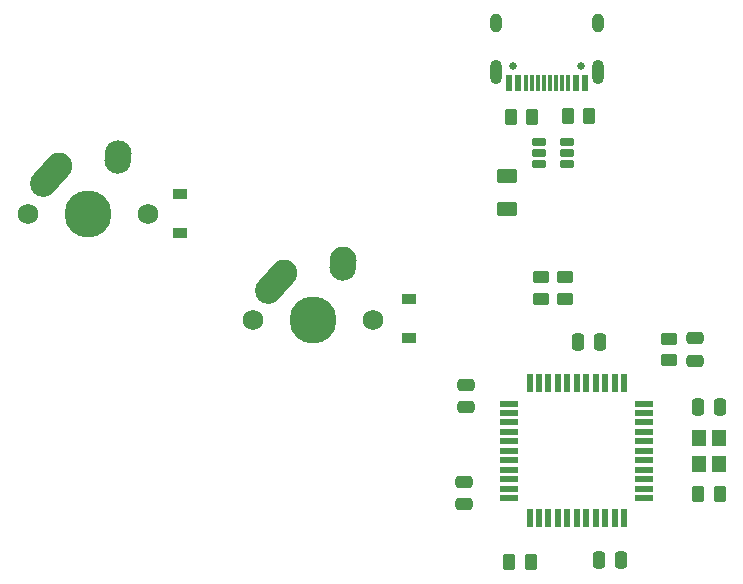
<source format=gbr>
%TF.GenerationSoftware,KiCad,Pcbnew,(6.0.7)*%
%TF.CreationDate,2022-08-09T22:59:19+07:00*%
%TF.ProjectId,Keypad-3,4b657970-6164-42d3-932e-6b696361645f,rev?*%
%TF.SameCoordinates,Original*%
%TF.FileFunction,Soldermask,Bot*%
%TF.FilePolarity,Negative*%
%FSLAX46Y46*%
G04 Gerber Fmt 4.6, Leading zero omitted, Abs format (unit mm)*
G04 Created by KiCad (PCBNEW (6.0.7)) date 2022-08-09 22:59:19*
%MOMM*%
%LPD*%
G01*
G04 APERTURE LIST*
G04 Aperture macros list*
%AMRoundRect*
0 Rectangle with rounded corners*
0 $1 Rounding radius*
0 $2 $3 $4 $5 $6 $7 $8 $9 X,Y pos of 4 corners*
0 Add a 4 corners polygon primitive as box body*
4,1,4,$2,$3,$4,$5,$6,$7,$8,$9,$2,$3,0*
0 Add four circle primitives for the rounded corners*
1,1,$1+$1,$2,$3*
1,1,$1+$1,$4,$5*
1,1,$1+$1,$6,$7*
1,1,$1+$1,$8,$9*
0 Add four rect primitives between the rounded corners*
20,1,$1+$1,$2,$3,$4,$5,0*
20,1,$1+$1,$4,$5,$6,$7,0*
20,1,$1+$1,$6,$7,$8,$9,0*
20,1,$1+$1,$8,$9,$2,$3,0*%
%AMHorizOval*
0 Thick line with rounded ends*
0 $1 width*
0 $2 $3 position (X,Y) of the first rounded end (center of the circle)*
0 $4 $5 position (X,Y) of the second rounded end (center of the circle)*
0 Add line between two ends*
20,1,$1,$2,$3,$4,$5,0*
0 Add two circle primitives to create the rounded ends*
1,1,$1,$2,$3*
1,1,$1,$4,$5*%
G04 Aperture macros list end*
%ADD10C,3.987800*%
%ADD11C,1.750000*%
%ADD12HorizOval,2.250000X0.655001X0.730000X-0.655001X-0.730000X0*%
%ADD13C,2.250000*%
%ADD14HorizOval,2.250000X0.020000X0.290000X-0.020000X-0.290000X0*%
%ADD15RoundRect,0.250000X-0.262500X-0.450000X0.262500X-0.450000X0.262500X0.450000X-0.262500X0.450000X0*%
%ADD16R,0.550000X1.500000*%
%ADD17R,1.500000X0.550000*%
%ADD18R,1.200000X0.900000*%
%ADD19RoundRect,0.250000X0.475000X-0.250000X0.475000X0.250000X-0.475000X0.250000X-0.475000X-0.250000X0*%
%ADD20R,1.200000X1.400000*%
%ADD21RoundRect,0.250000X0.262500X0.450000X-0.262500X0.450000X-0.262500X-0.450000X0.262500X-0.450000X0*%
%ADD22RoundRect,0.250000X-0.450000X0.262500X-0.450000X-0.262500X0.450000X-0.262500X0.450000X0.262500X0*%
%ADD23RoundRect,0.250000X-0.250000X-0.475000X0.250000X-0.475000X0.250000X0.475000X-0.250000X0.475000X0*%
%ADD24RoundRect,0.150000X0.475000X0.150000X-0.475000X0.150000X-0.475000X-0.150000X0.475000X-0.150000X0*%
%ADD25RoundRect,0.250000X-0.475000X0.250000X-0.475000X-0.250000X0.475000X-0.250000X0.475000X0.250000X0*%
%ADD26RoundRect,0.250000X-0.625000X0.375000X-0.625000X-0.375000X0.625000X-0.375000X0.625000X0.375000X0*%
%ADD27C,0.650000*%
%ADD28R,0.600000X1.450000*%
%ADD29R,0.300000X1.450000*%
%ADD30O,1.000000X2.100000*%
%ADD31O,1.000000X1.600000*%
G04 APERTURE END LIST*
D10*
%TO.C,MX1*%
X158597600Y-111684800D03*
D11*
X153517600Y-111684800D03*
X163677600Y-111684800D03*
D12*
X155442601Y-108414800D03*
D13*
X156097600Y-107684800D03*
D14*
X161117600Y-106894800D03*
D13*
X161137600Y-106604800D03*
%TD*%
D10*
%TO.C,MX2*%
X177647600Y-120701800D03*
D11*
X172567600Y-120701800D03*
X182727600Y-120701800D03*
D12*
X174492601Y-117431800D03*
D13*
X175147600Y-116701800D03*
X180187600Y-115621800D03*
D14*
X180167600Y-115911800D03*
%TD*%
D15*
%TO.C,R5*%
X199202268Y-103442500D03*
X201027268Y-103442500D03*
%TD*%
D16*
%TO.C,U1*%
X195980235Y-126057108D03*
X196780235Y-126057108D03*
X197580235Y-126057108D03*
X198380235Y-126057108D03*
X199180235Y-126057108D03*
X199980235Y-126057108D03*
X200780235Y-126057108D03*
X201580235Y-126057108D03*
X202380235Y-126057108D03*
X203180235Y-126057108D03*
X203980235Y-126057108D03*
D17*
X205680235Y-127757108D03*
X205680235Y-128557108D03*
X205680235Y-129357108D03*
X205680235Y-130157108D03*
X205680235Y-130957108D03*
X205680235Y-131757108D03*
X205680235Y-132557108D03*
X205680235Y-133357108D03*
X205680235Y-134157108D03*
X205680235Y-134957108D03*
X205680235Y-135757108D03*
D16*
X203980235Y-137457108D03*
X203180235Y-137457108D03*
X202380235Y-137457108D03*
X201580235Y-137457108D03*
X200780235Y-137457108D03*
X199980235Y-137457108D03*
X199180235Y-137457108D03*
X198380235Y-137457108D03*
X197580235Y-137457108D03*
X196780235Y-137457108D03*
X195980235Y-137457108D03*
D17*
X194280235Y-135757108D03*
X194280235Y-134957108D03*
X194280235Y-134157108D03*
X194280235Y-133357108D03*
X194280235Y-132557108D03*
X194280235Y-131757108D03*
X194280235Y-130957108D03*
X194280235Y-130157108D03*
X194280235Y-129357108D03*
X194280235Y-128557108D03*
X194280235Y-127757108D03*
%TD*%
D18*
%TO.C,D1*%
X166344600Y-113334800D03*
X166344600Y-110034800D03*
%TD*%
D19*
%TO.C,C4*%
X209956400Y-124140000D03*
X209956400Y-122240000D03*
%TD*%
D20*
%TO.C,Y1*%
X210306236Y-132857108D03*
X210306236Y-130657108D03*
X212006236Y-130657108D03*
X212006236Y-132857108D03*
%TD*%
D21*
%TO.C,R6*%
X196201268Y-103504999D03*
X194376268Y-103504999D03*
%TD*%
D19*
%TO.C,C6*%
X190464260Y-136263108D03*
X190464260Y-134363108D03*
%TD*%
D22*
%TO.C,R1*%
X207772000Y-122277500D03*
X207772000Y-124102500D03*
%TD*%
D21*
%TO.C,C1*%
X212068732Y-135440109D03*
X210243732Y-135440109D03*
%TD*%
D23*
%TO.C,C2*%
X210206237Y-128074109D03*
X212106237Y-128074109D03*
%TD*%
D24*
%TO.C,U2*%
X199130768Y-105603000D03*
X199130768Y-106553000D03*
X199130768Y-107503000D03*
X196780768Y-107503000D03*
X196780768Y-106553000D03*
X196780768Y-105603000D03*
%TD*%
D22*
%TO.C,R2*%
X198971768Y-117058668D03*
X198971768Y-118883668D03*
%TD*%
D25*
%TO.C,C7*%
X190618978Y-126168192D03*
X190618978Y-128068192D03*
%TD*%
D23*
%TO.C,C5*%
X201824236Y-141028108D03*
X203724236Y-141028108D03*
%TD*%
D26*
%TO.C,F1*%
X194042268Y-108478500D03*
X194042268Y-111278500D03*
%TD*%
D23*
%TO.C,C3*%
X200052400Y-122566668D03*
X201952400Y-122566668D03*
%TD*%
D22*
%TO.C,R3*%
X196939768Y-117058668D03*
X196939768Y-118883668D03*
%TD*%
D15*
%TO.C,R4*%
X194241735Y-141155108D03*
X196066735Y-141155108D03*
%TD*%
D18*
%TO.C,D2*%
X185775600Y-122224800D03*
X185775600Y-118924800D03*
%TD*%
D27*
%TO.C,J1*%
X200337768Y-99195000D03*
X194557768Y-99195000D03*
D28*
X194197768Y-100640000D03*
X194997768Y-100640000D03*
D29*
X196197768Y-100640000D03*
X197197768Y-100640000D03*
X197697768Y-100640000D03*
X198697768Y-100640000D03*
D28*
X199897768Y-100640000D03*
X200697768Y-100640000D03*
X200697768Y-100640000D03*
X199897768Y-100640000D03*
D29*
X199197768Y-100640000D03*
X198197768Y-100640000D03*
X196697768Y-100640000D03*
X195697768Y-100640000D03*
D28*
X194997768Y-100640000D03*
X194197768Y-100640000D03*
D30*
X201767768Y-99725000D03*
X193127768Y-99725000D03*
D31*
X201767768Y-95545000D03*
X193127768Y-95545000D03*
%TD*%
M02*

</source>
